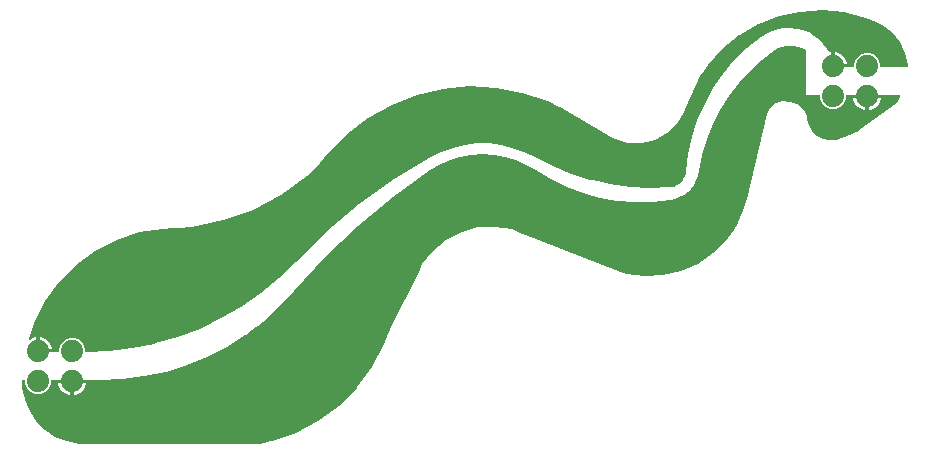
<source format=gtl>
G04 EAGLE Gerber X2 export*
G75*
%MOMM*%
%FSLAX34Y34*%
%LPD*%
%AMOC8*
5,1,8,0,0,1.08239X$1,22.5*%
G01*
%ADD10C,1.879600*%

G36*
X211395Y10161D02*
X211395Y10161D01*
X211397Y10161D01*
X211564Y10180D01*
X221249Y12411D01*
X221276Y12422D01*
X221331Y12434D01*
X241701Y19606D01*
X241729Y19622D01*
X241805Y19652D01*
X260878Y29780D01*
X260904Y29800D01*
X260974Y29840D01*
X278325Y42698D01*
X278348Y42721D01*
X278411Y42772D01*
X293651Y58072D01*
X293671Y58099D01*
X293725Y58158D01*
X306515Y75558D01*
X306530Y75588D01*
X306576Y75655D01*
X316630Y94767D01*
X316639Y94795D01*
X316665Y94845D01*
X320120Y103698D01*
X320127Y103730D01*
X320141Y103759D01*
X320170Y103925D01*
X320194Y104284D01*
X320789Y105490D01*
X320798Y105519D01*
X320825Y105577D01*
X321267Y106846D01*
X321628Y107252D01*
X321638Y107268D01*
X321652Y107280D01*
X321742Y107422D01*
X346706Y158007D01*
X346707Y158007D01*
X348961Y162575D01*
X357997Y173958D01*
X369230Y183179D01*
X382155Y189823D01*
X396191Y193592D01*
X410706Y194316D01*
X425047Y191962D01*
X431808Y189299D01*
X433829Y188503D01*
X433830Y188503D01*
X514701Y156652D01*
X514727Y156647D01*
X514773Y156628D01*
X522059Y154567D01*
X522091Y154563D01*
X522162Y154545D01*
X537457Y152429D01*
X537486Y152430D01*
X537597Y152423D01*
X553022Y153145D01*
X553050Y153151D01*
X553160Y153165D01*
X568191Y156701D01*
X568218Y156712D01*
X568324Y156745D01*
X582453Y162976D01*
X582477Y162992D01*
X582575Y163044D01*
X595323Y171758D01*
X595344Y171778D01*
X595431Y171848D01*
X606366Y182750D01*
X606383Y182773D01*
X606456Y182858D01*
X607806Y184820D01*
X608853Y186343D01*
X609901Y187865D01*
X610948Y189388D01*
X611996Y190910D01*
X612519Y191671D01*
X612520Y191672D01*
X613567Y193194D01*
X614614Y194716D01*
X614614Y194717D01*
X615208Y195579D01*
X615220Y195605D01*
X615276Y195701D01*
X621549Y209811D01*
X621558Y209842D01*
X621585Y209910D01*
X623722Y217337D01*
X623724Y217351D01*
X623731Y217371D01*
X640906Y289400D01*
X640908Y289428D01*
X640926Y289540D01*
X640973Y290538D01*
X641353Y291345D01*
X641358Y291361D01*
X641405Y291493D01*
X641612Y292360D01*
X642198Y293169D01*
X642211Y293194D01*
X642270Y293291D01*
X642696Y294195D01*
X643355Y294795D01*
X643366Y294808D01*
X643460Y294912D01*
X643983Y295634D01*
X644834Y296157D01*
X644855Y296176D01*
X644947Y296242D01*
X646935Y298050D01*
X653914Y300567D01*
X661325Y300229D01*
X668045Y297086D01*
X673055Y291615D01*
X673843Y289457D01*
X673849Y289444D01*
X673853Y289431D01*
X673932Y289283D01*
X674280Y288782D01*
X674552Y287533D01*
X674564Y287503D01*
X674581Y287433D01*
X675019Y286232D01*
X674993Y285623D01*
X674994Y285609D01*
X674992Y285595D01*
X675009Y285428D01*
X675062Y285184D01*
X675524Y283061D01*
X675532Y283042D01*
X675538Y283008D01*
X676313Y280376D01*
X676315Y280371D01*
X676376Y280224D01*
X679017Y275431D01*
X679033Y275410D01*
X679044Y275386D01*
X679150Y275255D01*
X683049Y271416D01*
X683071Y271401D01*
X683088Y271381D01*
X683226Y271286D01*
X688060Y268720D01*
X688085Y268711D01*
X688107Y268697D01*
X688267Y268646D01*
X693631Y267566D01*
X693658Y267565D01*
X693683Y267558D01*
X693851Y267554D01*
X699301Y268052D01*
X699306Y268053D01*
X699462Y268084D01*
X702076Y268916D01*
X702095Y268925D01*
X702128Y268935D01*
X702909Y269247D01*
X704145Y269742D01*
X704146Y269742D01*
X718885Y275638D01*
X718893Y275642D01*
X718901Y275644D01*
X719048Y275727D01*
X748637Y297031D01*
X748647Y297041D01*
X748659Y297047D01*
X748779Y297164D01*
X751594Y300566D01*
X751609Y300592D01*
X751671Y300679D01*
X753774Y304428D01*
X753805Y304513D01*
X753843Y304595D01*
X753847Y304628D01*
X753858Y304659D01*
X753861Y304750D01*
X753871Y304839D01*
X753864Y304872D01*
X753864Y304905D01*
X753838Y304991D01*
X753818Y305080D01*
X753801Y305108D01*
X753792Y305140D01*
X753739Y305213D01*
X753692Y305291D01*
X753667Y305312D01*
X753648Y305339D01*
X753574Y305392D01*
X753505Y305451D01*
X753475Y305463D01*
X753448Y305482D01*
X753361Y305509D01*
X753277Y305543D01*
X753235Y305547D01*
X753213Y305554D01*
X753181Y305553D01*
X753110Y305561D01*
X726440Y305561D01*
X726420Y305558D01*
X726401Y305560D01*
X726299Y305538D01*
X726197Y305522D01*
X726180Y305512D01*
X726160Y305508D01*
X726071Y305455D01*
X725980Y305406D01*
X725966Y305392D01*
X725949Y305382D01*
X725882Y305303D01*
X725811Y305228D01*
X725802Y305210D01*
X725789Y305195D01*
X725751Y305099D01*
X725707Y305005D01*
X725705Y304985D01*
X725697Y304967D01*
X725679Y304800D01*
X725679Y304799D01*
X725677Y304799D01*
X725677Y304800D01*
X725674Y304820D01*
X725676Y304839D01*
X725654Y304941D01*
X725637Y305043D01*
X725628Y305060D01*
X725624Y305080D01*
X725571Y305169D01*
X725522Y305260D01*
X725508Y305274D01*
X725498Y305291D01*
X725419Y305358D01*
X725344Y305430D01*
X725326Y305438D01*
X725311Y305451D01*
X725215Y305490D01*
X725121Y305533D01*
X725101Y305535D01*
X725083Y305543D01*
X724916Y305561D01*
X708406Y305561D01*
X708386Y305558D01*
X708367Y305560D01*
X708265Y305538D01*
X708163Y305522D01*
X708146Y305512D01*
X708126Y305508D01*
X708037Y305455D01*
X707946Y305406D01*
X707932Y305392D01*
X707915Y305382D01*
X707848Y305303D01*
X707776Y305228D01*
X707768Y305210D01*
X707755Y305195D01*
X707716Y305099D01*
X707673Y305005D01*
X707671Y304985D01*
X707663Y304967D01*
X707645Y304800D01*
X707645Y302627D01*
X705982Y298613D01*
X702909Y295540D01*
X698895Y293877D01*
X694549Y293877D01*
X690535Y295540D01*
X687462Y298613D01*
X685799Y302627D01*
X685799Y304800D01*
X685796Y304820D01*
X685798Y304839D01*
X685776Y304941D01*
X685760Y305043D01*
X685750Y305060D01*
X685746Y305080D01*
X685693Y305169D01*
X685644Y305260D01*
X685630Y305274D01*
X685620Y305291D01*
X685541Y305358D01*
X685466Y305430D01*
X685448Y305438D01*
X685433Y305451D01*
X685337Y305490D01*
X685243Y305533D01*
X685223Y305535D01*
X685205Y305543D01*
X685038Y305561D01*
X673861Y305561D01*
X673861Y342900D01*
X673851Y342965D01*
X673850Y343030D01*
X673831Y343085D01*
X673822Y343143D01*
X673791Y343201D01*
X673769Y343263D01*
X673734Y343309D01*
X673706Y343360D01*
X673659Y343405D01*
X673619Y343457D01*
X673552Y343507D01*
X673528Y343530D01*
X673510Y343538D01*
X673484Y343557D01*
X670572Y345260D01*
X670541Y345272D01*
X670468Y345311D01*
X667333Y346556D01*
X667300Y346563D01*
X667223Y346590D01*
X667115Y346615D01*
X663935Y347348D01*
X663903Y347351D01*
X663822Y347366D01*
X660458Y347621D01*
X660425Y347618D01*
X660343Y347621D01*
X656978Y347366D01*
X656946Y347358D01*
X656865Y347348D01*
X653577Y346590D01*
X653547Y346577D01*
X653467Y346556D01*
X650332Y345311D01*
X650303Y345294D01*
X650228Y345260D01*
X647316Y343557D01*
X647292Y343538D01*
X647239Y343506D01*
X636346Y335225D01*
X636329Y335207D01*
X636293Y335181D01*
X626194Y325949D01*
X626178Y325929D01*
X626145Y325900D01*
X616922Y315792D01*
X616908Y315772D01*
X616877Y315740D01*
X608606Y304839D01*
X608594Y304818D01*
X608567Y304783D01*
X601314Y293179D01*
X601305Y293156D01*
X601281Y293119D01*
X595107Y280907D01*
X595100Y280884D01*
X595079Y280845D01*
X590035Y268125D01*
X590030Y268101D01*
X590013Y268060D01*
X586140Y254936D01*
X586137Y254911D01*
X586124Y254869D01*
X583455Y241457D01*
X582531Y237356D01*
X581055Y233465D01*
X579048Y229821D01*
X576548Y226494D01*
X573606Y223552D01*
X570279Y221052D01*
X566635Y219045D01*
X562744Y217569D01*
X558676Y216652D01*
X543868Y215093D01*
X528970Y214908D01*
X514118Y216098D01*
X499440Y218655D01*
X485060Y222556D01*
X471102Y227767D01*
X457685Y234245D01*
X444893Y241952D01*
X444889Y241954D01*
X444885Y241957D01*
X436756Y246716D01*
X436728Y246726D01*
X436676Y246756D01*
X428045Y250527D01*
X428016Y250535D01*
X427961Y250558D01*
X418946Y253290D01*
X418917Y253294D01*
X418859Y253311D01*
X409587Y254965D01*
X409557Y254966D01*
X409498Y254976D01*
X400095Y255530D01*
X400065Y255527D01*
X400005Y255530D01*
X390602Y254976D01*
X390573Y254969D01*
X390513Y254965D01*
X381241Y253311D01*
X381213Y253301D01*
X381154Y253290D01*
X372139Y250558D01*
X372112Y250545D01*
X372055Y250527D01*
X363424Y246756D01*
X363399Y246740D01*
X363344Y246716D01*
X355215Y241957D01*
X355196Y241941D01*
X355156Y241918D01*
X324014Y219544D01*
X324000Y219530D01*
X323972Y219512D01*
X294449Y195041D01*
X294436Y195026D01*
X294410Y195006D01*
X266646Y168555D01*
X266634Y168539D01*
X266609Y168518D01*
X240742Y140218D01*
X227990Y126508D01*
X214126Y113973D01*
X212545Y112775D01*
X209532Y110491D01*
X207524Y108968D01*
X207523Y108968D01*
X204511Y106685D01*
X202502Y105162D01*
X199489Y102878D01*
X199231Y102682D01*
X183415Y92720D01*
X166799Y84161D01*
X149506Y77069D01*
X131664Y71498D01*
X113408Y67488D01*
X94874Y65070D01*
X76184Y64261D01*
X53340Y64261D01*
X53320Y64258D01*
X53301Y64260D01*
X53199Y64238D01*
X53097Y64222D01*
X53080Y64212D01*
X53060Y64208D01*
X52971Y64155D01*
X52880Y64106D01*
X52866Y64092D01*
X52849Y64082D01*
X52782Y64003D01*
X52711Y63928D01*
X52702Y63910D01*
X52689Y63895D01*
X52651Y63799D01*
X52607Y63705D01*
X52605Y63685D01*
X52597Y63667D01*
X52579Y63500D01*
X52579Y63499D01*
X52577Y63499D01*
X52577Y63500D01*
X52574Y63520D01*
X52576Y63539D01*
X52554Y63641D01*
X52537Y63743D01*
X52528Y63760D01*
X52524Y63780D01*
X52471Y63869D01*
X52422Y63960D01*
X52408Y63974D01*
X52398Y63991D01*
X52319Y64058D01*
X52244Y64130D01*
X52226Y64138D01*
X52211Y64151D01*
X52115Y64190D01*
X52021Y64233D01*
X52001Y64235D01*
X51983Y64243D01*
X51816Y64261D01*
X35306Y64261D01*
X35286Y64258D01*
X35267Y64260D01*
X35165Y64238D01*
X35063Y64222D01*
X35046Y64212D01*
X35026Y64208D01*
X34937Y64155D01*
X34846Y64106D01*
X34832Y64092D01*
X34815Y64082D01*
X34748Y64003D01*
X34676Y63928D01*
X34668Y63910D01*
X34655Y63895D01*
X34616Y63799D01*
X34573Y63705D01*
X34571Y63685D01*
X34563Y63667D01*
X34545Y63500D01*
X34545Y61327D01*
X32882Y57313D01*
X29809Y54240D01*
X25795Y52577D01*
X21449Y52577D01*
X17435Y54240D01*
X14362Y57313D01*
X12699Y61327D01*
X12699Y63500D01*
X12696Y63520D01*
X12698Y63539D01*
X12676Y63641D01*
X12660Y63743D01*
X12650Y63760D01*
X12646Y63780D01*
X12593Y63869D01*
X12544Y63960D01*
X12530Y63974D01*
X12520Y63991D01*
X12441Y64058D01*
X12366Y64130D01*
X12348Y64138D01*
X12333Y64151D01*
X12237Y64190D01*
X12143Y64233D01*
X12123Y64235D01*
X12105Y64243D01*
X11938Y64261D01*
X10926Y64261D01*
X10921Y64260D01*
X10916Y64261D01*
X10800Y64241D01*
X10683Y64222D01*
X10679Y64219D01*
X10674Y64218D01*
X10570Y64162D01*
X10466Y64106D01*
X10462Y64103D01*
X10458Y64101D01*
X10377Y64013D01*
X10296Y63928D01*
X10294Y63924D01*
X10291Y63920D01*
X10243Y63812D01*
X10193Y63705D01*
X10192Y63700D01*
X10190Y63696D01*
X10165Y63530D01*
X10161Y63430D01*
X10163Y63419D01*
X10161Y63400D01*
X10163Y63386D01*
X10162Y63362D01*
X10414Y58219D01*
X10421Y58187D01*
X10428Y58108D01*
X12435Y48018D01*
X12443Y47996D01*
X12478Y47875D01*
X16415Y38371D01*
X16428Y38350D01*
X16486Y38239D01*
X22201Y29685D01*
X22218Y29668D01*
X22296Y29570D01*
X29570Y22296D01*
X29589Y22282D01*
X29685Y22201D01*
X38239Y16486D01*
X38261Y16476D01*
X38371Y16415D01*
X47875Y12478D01*
X47898Y12473D01*
X48018Y12435D01*
X58108Y10428D01*
X58141Y10427D01*
X58219Y10414D01*
X63363Y10162D01*
X63377Y10163D01*
X63400Y10161D01*
X211393Y10161D01*
X211395Y10161D01*
G37*
G36*
X40914Y88142D02*
X40914Y88142D01*
X40933Y88140D01*
X41035Y88162D01*
X41137Y88179D01*
X41154Y88188D01*
X41174Y88192D01*
X41263Y88245D01*
X41354Y88294D01*
X41368Y88308D01*
X41385Y88318D01*
X41452Y88397D01*
X41524Y88472D01*
X41532Y88490D01*
X41545Y88505D01*
X41584Y88601D01*
X41627Y88695D01*
X41629Y88715D01*
X41637Y88733D01*
X41655Y88900D01*
X41655Y91073D01*
X43318Y95087D01*
X46391Y98160D01*
X50405Y99823D01*
X54751Y99823D01*
X58765Y98160D01*
X61838Y95087D01*
X63501Y91073D01*
X63501Y88931D01*
X63506Y88896D01*
X63504Y88861D01*
X63526Y88775D01*
X63540Y88688D01*
X63557Y88657D01*
X63566Y88623D01*
X63614Y88549D01*
X63656Y88471D01*
X63681Y88446D01*
X63701Y88417D01*
X63770Y88362D01*
X63834Y88301D01*
X63866Y88286D01*
X63894Y88265D01*
X63977Y88235D01*
X64057Y88198D01*
X64092Y88194D01*
X64125Y88182D01*
X64293Y88170D01*
X83392Y88944D01*
X83414Y88949D01*
X83453Y88949D01*
X103184Y91357D01*
X103206Y91364D01*
X103245Y91367D01*
X122717Y95364D01*
X122738Y95372D01*
X122777Y95379D01*
X141861Y100938D01*
X141881Y100947D01*
X141919Y100957D01*
X160492Y108041D01*
X160511Y108053D01*
X160548Y108066D01*
X178487Y116629D01*
X178505Y116642D01*
X178541Y116658D01*
X195728Y126644D01*
X195745Y126658D01*
X195780Y126677D01*
X212103Y138021D01*
X212119Y138036D01*
X212152Y138058D01*
X227504Y150685D01*
X227518Y150702D01*
X227550Y150726D01*
X241830Y164553D01*
X241830Y164554D01*
X241831Y164555D01*
X267824Y189891D01*
X295606Y213207D01*
X325043Y234394D01*
X355967Y253332D01*
X365162Y257835D01*
X374803Y261262D01*
X384770Y263571D01*
X394934Y264734D01*
X405166Y264734D01*
X415330Y263571D01*
X425297Y261262D01*
X434938Y257835D01*
X444161Y253319D01*
X459277Y245633D01*
X459300Y245626D01*
X459336Y245606D01*
X475049Y239212D01*
X475072Y239207D01*
X475109Y239191D01*
X491303Y234136D01*
X491326Y234132D01*
X491365Y234119D01*
X493900Y233556D01*
X497325Y232795D01*
X500751Y232033D01*
X504177Y231272D01*
X507602Y230511D01*
X507926Y230439D01*
X507949Y230438D01*
X507989Y230428D01*
X524799Y228148D01*
X524823Y228149D01*
X524863Y228143D01*
X541806Y227280D01*
X541829Y227282D01*
X541870Y227279D01*
X558825Y227839D01*
X558856Y227845D01*
X558924Y227849D01*
X561334Y228247D01*
X561363Y228257D01*
X561465Y228281D01*
X563766Y229099D01*
X563793Y229113D01*
X563889Y229155D01*
X566010Y230366D01*
X566034Y230386D01*
X566121Y230443D01*
X567994Y232011D01*
X568014Y232034D01*
X568089Y232106D01*
X569657Y233979D01*
X569672Y234006D01*
X569734Y234090D01*
X570945Y236211D01*
X570956Y236240D01*
X571001Y236334D01*
X571819Y238635D01*
X571822Y238652D01*
X571826Y238661D01*
X571828Y238679D01*
X571853Y238766D01*
X572251Y241176D01*
X572251Y241188D01*
X572256Y241207D01*
X574089Y256042D01*
X577329Y270597D01*
X581949Y284775D01*
X587908Y298445D01*
X595149Y311479D01*
X603608Y323760D01*
X613204Y335173D01*
X623851Y345614D01*
X635444Y354980D01*
X639959Y357837D01*
X644810Y360056D01*
X649916Y361604D01*
X655184Y362450D01*
X660517Y362579D01*
X665819Y361990D01*
X670994Y360693D01*
X675948Y358712D01*
X680590Y356082D01*
X684836Y352852D01*
X688608Y349080D01*
X691839Y344834D01*
X693305Y342247D01*
X693310Y342241D01*
X693312Y342235D01*
X693387Y342145D01*
X693460Y342055D01*
X693466Y342051D01*
X693470Y342046D01*
X693570Y341985D01*
X693667Y341923D01*
X693674Y341921D01*
X693680Y341917D01*
X693793Y341891D01*
X693906Y341863D01*
X693913Y341864D01*
X693919Y341862D01*
X694087Y341870D01*
X695199Y342046D01*
X695199Y338517D01*
X695209Y338457D01*
X695208Y338396D01*
X695233Y338306D01*
X695239Y338274D01*
X695246Y338260D01*
X695253Y338234D01*
X696451Y335240D01*
X696746Y334067D01*
X696758Y334039D01*
X696762Y334009D01*
X696806Y333927D01*
X696843Y333841D01*
X696863Y333818D01*
X696878Y333792D01*
X696945Y333728D01*
X697008Y333658D01*
X697034Y333643D01*
X697056Y333622D01*
X697141Y333583D01*
X697222Y333537D01*
X697252Y333531D01*
X697279Y333519D01*
X697372Y333508D01*
X697463Y333491D01*
X697493Y333495D01*
X697523Y333492D01*
X697615Y333511D01*
X697707Y333524D01*
X697734Y333537D01*
X697764Y333544D01*
X697844Y333592D01*
X697928Y333633D01*
X697949Y333655D01*
X697975Y333670D01*
X698036Y333741D01*
X698102Y333807D01*
X698115Y333834D01*
X698135Y333857D01*
X698170Y333944D01*
X698211Y334027D01*
X698215Y334057D01*
X698227Y334085D01*
X698245Y334252D01*
X698245Y342046D01*
X699518Y341845D01*
X701305Y341264D01*
X702979Y340411D01*
X704500Y339306D01*
X705828Y337978D01*
X706933Y336457D01*
X707786Y334783D01*
X708367Y332996D01*
X708568Y331723D01*
X698309Y331723D01*
X698197Y331705D01*
X698086Y331690D01*
X698076Y331685D01*
X698066Y331683D01*
X697967Y331631D01*
X697865Y331581D01*
X697858Y331573D01*
X697849Y331568D01*
X697771Y331487D01*
X697691Y331407D01*
X697687Y331398D01*
X697679Y331390D01*
X697632Y331288D01*
X697582Y331187D01*
X697580Y331176D01*
X697576Y331167D01*
X697563Y331055D01*
X697548Y330943D01*
X697550Y330931D01*
X697549Y330922D01*
X697554Y330898D01*
X697571Y330777D01*
X697762Y330015D01*
X697780Y329972D01*
X697788Y329936D01*
X697789Y329935D01*
X697792Y329920D01*
X697830Y329857D01*
X697859Y329789D01*
X697893Y329752D01*
X697918Y329709D01*
X697974Y329661D01*
X698024Y329606D01*
X698067Y329582D01*
X698105Y329549D01*
X698174Y329522D01*
X698238Y329485D01*
X698287Y329476D01*
X698333Y329457D01*
X698455Y329444D01*
X698480Y329439D01*
X698488Y329440D01*
X698500Y329439D01*
X713994Y329439D01*
X714014Y329442D01*
X714033Y329440D01*
X714135Y329462D01*
X714237Y329479D01*
X714254Y329488D01*
X714274Y329492D01*
X714363Y329545D01*
X714454Y329594D01*
X714468Y329608D01*
X714485Y329618D01*
X714552Y329697D01*
X714624Y329772D01*
X714632Y329790D01*
X714645Y329805D01*
X714684Y329901D01*
X714727Y329995D01*
X714729Y330015D01*
X714737Y330033D01*
X714755Y330200D01*
X714755Y332373D01*
X716418Y336387D01*
X719491Y339460D01*
X723505Y341123D01*
X727851Y341123D01*
X731865Y339460D01*
X734938Y336387D01*
X736601Y332373D01*
X736601Y330200D01*
X736603Y330187D01*
X736602Y330177D01*
X736603Y330171D01*
X736602Y330161D01*
X736624Y330059D01*
X736640Y329957D01*
X736650Y329940D01*
X736654Y329920D01*
X736707Y329831D01*
X736756Y329740D01*
X736770Y329726D01*
X736780Y329709D01*
X736859Y329642D01*
X736934Y329571D01*
X736952Y329562D01*
X736967Y329549D01*
X737063Y329510D01*
X737157Y329467D01*
X737177Y329465D01*
X737195Y329457D01*
X737362Y329439D01*
X759238Y329439D01*
X759246Y329440D01*
X759254Y329439D01*
X759367Y329460D01*
X759481Y329479D01*
X759488Y329482D01*
X759496Y329484D01*
X759597Y329540D01*
X759698Y329594D01*
X759704Y329599D01*
X759711Y329603D01*
X759789Y329689D01*
X759868Y329772D01*
X759871Y329779D01*
X759876Y329785D01*
X759923Y329890D01*
X759971Y329995D01*
X759972Y330003D01*
X759975Y330010D01*
X759999Y330176D01*
X760015Y330682D01*
X760014Y330689D01*
X760015Y330697D01*
X759999Y330864D01*
X757831Y341097D01*
X757829Y341103D01*
X757828Y341111D01*
X757773Y341269D01*
X753235Y350693D01*
X753231Y350700D01*
X753229Y350706D01*
X753137Y350847D01*
X746489Y358923D01*
X746484Y358928D01*
X746480Y358934D01*
X746358Y359049D01*
X737981Y365313D01*
X737954Y365327D01*
X737864Y365385D01*
X733177Y367720D01*
X733161Y367725D01*
X733138Y367738D01*
X733113Y367749D01*
X733111Y367749D01*
X733109Y367750D01*
X733085Y367760D01*
X733075Y367763D01*
X733061Y367770D01*
X724420Y371101D01*
X724391Y371107D01*
X724336Y371127D01*
X706406Y375735D01*
X706373Y375738D01*
X706290Y375755D01*
X687863Y377537D01*
X687830Y377535D01*
X687745Y377539D01*
X669265Y376452D01*
X669233Y376445D01*
X669148Y376436D01*
X651057Y372507D01*
X651027Y372495D01*
X650944Y372473D01*
X633678Y365795D01*
X633650Y365778D01*
X633572Y365744D01*
X617545Y356479D01*
X617520Y356458D01*
X617448Y356412D01*
X603045Y344781D01*
X603023Y344757D01*
X602959Y344700D01*
X590527Y330984D01*
X590511Y330959D01*
X590471Y330915D01*
X585409Y323824D01*
X585397Y323799D01*
X585391Y323793D01*
X585384Y323778D01*
X585343Y323713D01*
X571891Y295924D01*
X571881Y295893D01*
X571846Y295810D01*
X570450Y291128D01*
X564434Y281287D01*
X556100Y273314D01*
X546002Y267740D01*
X534814Y264936D01*
X523281Y265090D01*
X512171Y268191D01*
X508339Y270441D01*
X465162Y295799D01*
X465138Y295808D01*
X465096Y295834D01*
X455058Y300463D01*
X455032Y300470D01*
X454984Y300493D01*
X433636Y307743D01*
X433604Y307749D01*
X433533Y307770D01*
X411384Y311979D01*
X411351Y311980D01*
X411278Y311992D01*
X388759Y313077D01*
X388726Y313074D01*
X388652Y313075D01*
X366201Y311016D01*
X366169Y311008D01*
X366096Y310999D01*
X344149Y305835D01*
X344119Y305822D01*
X344115Y305821D01*
X344086Y305817D01*
X344074Y305810D01*
X344048Y305803D01*
X323033Y297635D01*
X323006Y297619D01*
X322937Y297590D01*
X303264Y286577D01*
X303239Y286557D01*
X303175Y286519D01*
X285227Y272875D01*
X285213Y272860D01*
X285196Y272850D01*
X285180Y272832D01*
X285147Y272805D01*
X269271Y256796D01*
X269255Y256773D01*
X269218Y256736D01*
X262847Y248800D01*
X262838Y248785D01*
X262826Y248773D01*
X262743Y248628D01*
X262508Y248089D01*
X261691Y247302D01*
X261672Y247275D01*
X261610Y247209D01*
X260931Y246300D01*
X260282Y245914D01*
X260279Y245912D01*
X260275Y245910D01*
X260142Y245808D01*
X251339Y237317D01*
X229489Y221465D01*
X205647Y208807D01*
X180275Y199591D01*
X153867Y193996D01*
X142184Y193187D01*
X142145Y193178D01*
X142106Y193177D01*
X141945Y193131D01*
X141728Y193041D01*
X140081Y193040D01*
X140062Y193036D01*
X140029Y193038D01*
X138386Y192924D01*
X138350Y192936D01*
X138296Y192945D01*
X138245Y192963D01*
X138137Y192971D01*
X138107Y192975D01*
X138096Y192974D01*
X138078Y192975D01*
X129570Y192635D01*
X129541Y192629D01*
X129481Y192626D01*
X109517Y189452D01*
X109486Y189441D01*
X109401Y189424D01*
X90180Y183167D01*
X90150Y183152D01*
X90070Y183121D01*
X72063Y173935D01*
X72036Y173916D01*
X71961Y173873D01*
X55612Y161984D01*
X55589Y161961D01*
X55522Y161907D01*
X41233Y147608D01*
X41214Y147581D01*
X41156Y147517D01*
X29279Y131160D01*
X29264Y131130D01*
X29216Y131058D01*
X20043Y113045D01*
X20033Y113013D01*
X19998Y112934D01*
X15659Y99574D01*
X15658Y99566D01*
X15654Y99559D01*
X15639Y99445D01*
X15622Y99331D01*
X15623Y99323D01*
X15622Y99315D01*
X15644Y99203D01*
X15664Y99088D01*
X15668Y99081D01*
X15670Y99074D01*
X15727Y98973D01*
X15782Y98872D01*
X15787Y98867D01*
X15791Y98860D01*
X15878Y98783D01*
X15962Y98705D01*
X15969Y98702D01*
X15975Y98696D01*
X16081Y98651D01*
X16186Y98604D01*
X16194Y98603D01*
X16201Y98600D01*
X16316Y98591D01*
X16431Y98579D01*
X16438Y98581D01*
X16446Y98580D01*
X16558Y98608D01*
X16670Y98634D01*
X16677Y98638D01*
X16685Y98640D01*
X16831Y98723D01*
X17365Y99111D01*
X19039Y99964D01*
X20826Y100545D01*
X22099Y100746D01*
X22099Y89662D01*
X22102Y89642D01*
X22100Y89623D01*
X22122Y89521D01*
X22139Y89419D01*
X22148Y89402D01*
X22152Y89382D01*
X22205Y89293D01*
X22254Y89202D01*
X22268Y89188D01*
X22278Y89171D01*
X22357Y89104D01*
X22432Y89033D01*
X22450Y89024D01*
X22465Y89011D01*
X22561Y88973D01*
X22655Y88929D01*
X22675Y88927D01*
X22693Y88919D01*
X22860Y88901D01*
X23623Y88901D01*
X23623Y88900D01*
X23626Y88880D01*
X23624Y88861D01*
X23646Y88759D01*
X23663Y88657D01*
X23672Y88640D01*
X23676Y88620D01*
X23729Y88531D01*
X23778Y88440D01*
X23792Y88426D01*
X23802Y88409D01*
X23881Y88342D01*
X23956Y88271D01*
X23974Y88262D01*
X23989Y88249D01*
X24085Y88210D01*
X24179Y88167D01*
X24199Y88165D01*
X24217Y88157D01*
X24384Y88139D01*
X40894Y88139D01*
X40914Y88142D01*
G37*
%LPC*%
G36*
X25145Y90423D02*
X25145Y90423D01*
X25145Y100746D01*
X26418Y100545D01*
X28205Y99964D01*
X29879Y99111D01*
X31400Y98006D01*
X32728Y96678D01*
X33833Y95157D01*
X34686Y93483D01*
X35267Y91696D01*
X35468Y90423D01*
X25145Y90423D01*
G37*
%LPD*%
%LPC*%
G36*
X727201Y303277D02*
X727201Y303277D01*
X737524Y303277D01*
X737323Y302004D01*
X736742Y300217D01*
X735889Y298543D01*
X734784Y297022D01*
X733456Y295694D01*
X731935Y294589D01*
X730261Y293736D01*
X728474Y293155D01*
X727201Y292954D01*
X727201Y303277D01*
G37*
%LPD*%
%LPC*%
G36*
X54101Y61977D02*
X54101Y61977D01*
X64424Y61977D01*
X64223Y60704D01*
X63642Y58917D01*
X62789Y57243D01*
X61684Y55722D01*
X60356Y54394D01*
X58835Y53289D01*
X57161Y52436D01*
X55374Y51855D01*
X54101Y51654D01*
X54101Y61977D01*
G37*
%LPD*%
%LPC*%
G36*
X722882Y293155D02*
X722882Y293155D01*
X721095Y293736D01*
X719421Y294589D01*
X717900Y295694D01*
X716572Y297022D01*
X715467Y298543D01*
X714614Y300217D01*
X714033Y302004D01*
X713832Y303277D01*
X724155Y303277D01*
X724155Y292954D01*
X722882Y293155D01*
G37*
%LPD*%
%LPC*%
G36*
X49782Y51855D02*
X49782Y51855D01*
X47995Y52436D01*
X46321Y53289D01*
X44800Y54394D01*
X43472Y55722D01*
X42367Y57243D01*
X41514Y58917D01*
X40933Y60704D01*
X40732Y61977D01*
X51055Y61977D01*
X51055Y51654D01*
X49782Y51855D01*
G37*
%LPD*%
D10*
X696722Y330200D03*
X725678Y330200D03*
X696722Y304800D03*
X725678Y304800D03*
X23622Y88900D03*
X52578Y88900D03*
X23622Y63500D03*
X52578Y63500D03*
M02*

</source>
